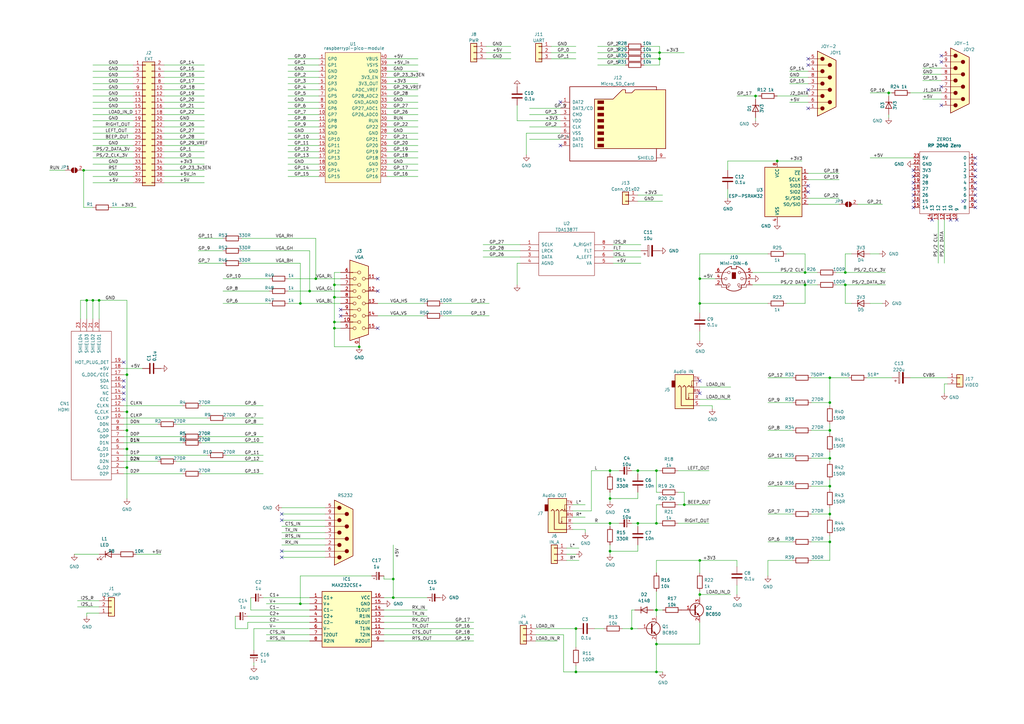
<source format=kicad_sch>
(kicad_sch (version 20231120) (generator "eeschema") (generator_version "8.0")
  (paper "A3")
  (junction (at 346.71 116.84))
  (junction (at 340.36 210.82))
  (junction (at 137.16 134.62))
  (junction (at 137.16 121.92))
  (junction (at 269.24 250.19))
  (junction (at 137.16 116.84))
  (junction (at 340.36 199.39))
  (junction (at 250.19 214.63))
  (junction (at 330.2 116.84))
  (junction (at 127 119.38))
  (junction (at 287.02 114.3))
  (junction (at 35.56 123.19))
  (junction (at 40.64 123.19))
  (junction (at 52.07 184.15))
  (junction (at 250.19 193.04))
  (junction (at 269.24 264.16))
  (junction (at 287.02 124.46))
  (junction (at 330.2 111.76))
  (junction (at 346.71 111.76))
  (junction (at 52.07 153.67))
  (junction (at 340.36 187.96))
  (junction (at 269.24 193.04))
  (junction (at 270.51 21.59))
  (junction (at 161.29 237.49))
  (junction (at 137.16 132.08))
  (junction (at 123.19 247.65))
  (junction (at 250.19 204.47))
  (junction (at 236.22 275.59))
  (junction (at 270.51 24.13))
  (junction (at 340.36 176.53))
  (junction (at 161.29 245.11))
  (junction (at 340.36 165.1))
  (junction (at 38.1 123.19))
  (junction (at 129.54 114.3))
  (junction (at 123.19 124.46))
  (junction (at 34.29 69.85))
  (junction (at 236.22 257.81))
  (junction (at 287.02 243.84))
  (junction (at 52.07 176.53))
  (junction (at 52.07 168.91))
  (junction (at 147.32 142.24))
  (junction (at 259.08 257.81))
  (junction (at 318.77 66.04))
  (junction (at 364.49 38.1))
  (junction (at 261.62 193.04))
  (junction (at 261.62 214.63))
  (junction (at 309.88 39.37))
  (junction (at 269.24 275.59))
  (junction (at 269.24 214.63))
  (junction (at 287.02 229.87))
  (junction (at 280.67 207.01))
  (junction (at 52.07 191.77))
  (junction (at 340.36 154.94))
  (junction (at 250.19 226.06))
  (junction (at 340.36 222.25))
  (no_connect (at 386.08 22.86))
  (no_connect (at 400.05 74.93))
  (no_connect (at 287.02 161.29))
  (no_connect (at 374.65 72.39))
  (no_connect (at 386.08 35.56))
  (no_connect (at 287.02 156.21))
  (no_connect (at 400.05 82.55))
  (no_connect (at 331.47 24.13))
  (no_connect (at 400.05 67.31))
  (no_connect (at 400.05 77.47))
  (no_connect (at 374.65 77.47))
  (no_connect (at 386.08 43.18))
  (no_connect (at 386.08 25.4))
  (no_connect (at 115.57 213.36))
  (no_connect (at 374.65 85.09))
  (no_connect (at 374.65 74.93))
  (no_connect (at 331.47 36.83))
  (no_connect (at 374.65 69.85))
  (no_connect (at 400.05 85.09))
  (no_connect (at 115.57 226.06))
  (no_connect (at 374.65 82.55))
  (no_connect (at 331.47 44.45))
  (no_connect (at 331.47 26.67))
  (no_connect (at 382.27 90.17))
  (no_connect (at 394.97 82.55))
  (no_connect (at 115.57 228.6))
  (no_connect (at 139.7 127))
  (no_connect (at 139.7 129.54))
  (no_connect (at 154.94 134.62))
  (no_connect (at 154.94 119.38))
  (no_connect (at 154.94 114.3))
  (no_connect (at 50.8 161.29))
  (no_connect (at 50.8 163.83))
  (no_connect (at 50.8 148.59))
  (no_connect (at 50.8 156.21))
  (no_connect (at 50.8 158.75))
  (no_connect (at 400.05 69.85))
  (no_connect (at 331.47 76.2))
  (no_connect (at 115.57 210.82))
  (no_connect (at 389.89 90.17))
  (no_connect (at 400.05 80.01))
  (no_connect (at 331.47 78.74))
  (no_connect (at 229.87 59.69))
  (no_connect (at 229.87 41.91))
  (no_connect (at 400.05 64.77))
  (no_connect (at 392.43 90.17))
  (no_connect (at 400.05 72.39))
  (no_connect (at 374.65 80.01))
  (wire (pts (xy 34.29 85.09) (xy 38.1 85.09)))
  (wire (pts (xy 104.14 271.78) (xy 104.14 273.05)))
  (wire (pts (xy 323.85 41.91) (xy 331.47 41.91)))
  (wire (pts (xy 287.02 243.84) (xy 299.72 243.84)))
  (wire (pts (xy 81.28 97.79) (xy 91.44 97.79)))
  (wire (pts (xy 91.44 119.38) (xy 110.49 119.38)))
  (wire (pts (xy 152.4 236.22) (xy 123.19 236.22)))
  (wire (pts (xy 118.11 49.53) (xy 130.81 49.53)))
  (wire (pts (xy 102.87 250.19) (xy 127 250.19)))
  (wire (pts (xy 250.19 226.06) (xy 250.19 227.33)))
  (wire (pts (xy 378.46 33.02) (xy 386.08 33.02)))
  (wire (pts (xy 55.88 227.33) (xy 66.04 227.33)))
  (wire (pts (xy 137.16 132.08) (xy 137.16 121.92)))
  (wire (pts (xy 270.51 26.67) (xy 264.16 26.67)))
  (wire (pts (xy 349.25 124.46) (xy 346.71 124.46)))
  (wire (pts (xy 332.74 187.96) (xy 340.36 187.96)))
  (wire (pts (xy 340.36 222.25) (xy 340.36 229.87)))
  (wire (pts (xy 129.54 114.3) (xy 139.7 114.3)))
  (wire (pts (xy 115.57 210.82) (xy 133.35 210.82)))
  (wire (pts (xy 82.55 179.07) (xy 107.95 179.07)))
  (wire (pts (xy 72.39 189.23) (xy 107.95 189.23)))
  (wire (pts (xy 219.71 262.89) (xy 228.6 262.89)))
  (wire (pts (xy 52.07 184.15) (xy 52.07 191.77)))
  (wire (pts (xy 318.77 66.04) (xy 328.93 66.04)))
  (wire (pts (xy 251.46 105.41) (xy 262.89 105.41)))
  (wire (pts (xy 52.07 153.67) (xy 52.07 123.19)))
  (wire (pts (xy 91.44 114.3) (xy 110.49 114.3)))
  (wire (pts (xy 261.62 82.55) (xy 271.78 82.55)))
  (wire (pts (xy 67.31 67.31) (xy 83.82 67.31)))
  (wire (pts (xy 92.71 186.69) (xy 107.95 186.69)))
  (wire (pts (xy 251.46 107.95) (xy 262.89 107.95)))
  (wire (pts (xy 254 193.04) (xy 250.19 193.04)))
  (wire (pts (xy 373.38 38.1) (xy 386.08 38.1)))
  (wire (pts (xy 378.46 30.48) (xy 386.08 30.48)))
  (wire (pts (xy 340.36 187.96) (xy 340.36 189.23)))
  (wire (pts (xy 81.28 107.95) (xy 91.44 107.95)))
  (wire (pts (xy 234.95 209.55) (xy 242.57 209.55)))
  (wire (pts (xy 67.31 31.75) (xy 83.82 31.75)))
  (wire (pts (xy 158.75 24.13) (xy 171.45 24.13)))
  (wire (pts (xy 332.74 154.94) (xy 340.36 154.94)))
  (wire (pts (xy 123.19 107.95) (xy 123.19 124.46)))
  (wire (pts (xy 278.13 214.63) (xy 290.83 214.63)))
  (wire (pts (xy 67.31 26.67) (xy 83.82 26.67)))
  (wire (pts (xy 267.97 250.19) (xy 269.24 250.19)))
  (wire (pts (xy 38.1 44.45) (xy 54.61 44.45)))
  (wire (pts (xy 118.11 72.39) (xy 130.81 72.39)))
  (wire (pts (xy 99.06 107.95) (xy 123.19 107.95)))
  (wire (pts (xy 38.1 39.37) (xy 54.61 39.37)))
  (wire (pts (xy 147.32 142.24) (xy 137.16 142.24)))
  (wire (pts (xy 261.62 193.04) (xy 259.08 193.04)))
  (wire (pts (xy 314.96 187.96) (xy 325.12 187.96)))
  (wire (pts (xy 231.14 260.35) (xy 231.14 275.59)))
  (wire (pts (xy 118.11 54.61) (xy 130.81 54.61)))
  (wire (pts (xy 260.35 250.19) (xy 259.08 250.19)))
  (wire (pts (xy 215.9 54.61) (xy 215.9 63.5)))
  (wire (pts (xy 158.75 46.99) (xy 171.45 46.99)))
  (wire (pts (xy 101.6 255.27) (xy 127 255.27)))
  (wire (pts (xy 118.11 59.69) (xy 130.81 59.69)))
  (wire (pts (xy 158.75 62.23) (xy 171.45 62.23)))
  (wire (pts (xy 251.46 102.87) (xy 262.89 102.87)))
  (wire (pts (xy 50.8 189.23) (xy 64.77 189.23)))
  (wire (pts (xy 330.2 111.76) (xy 335.28 111.76)))
  (wire (pts (xy 331.47 81.28) (xy 344.17 81.28)))
  (wire (pts (xy 245.11 24.13) (xy 256.54 24.13)))
  (wire (pts (xy 269.24 193.04) (xy 270.51 193.04)))
  (wire (pts (xy 118.11 46.99) (xy 130.81 46.99)))
  (wire (pts (xy 219.71 260.35) (xy 231.14 260.35)))
  (wire (pts (xy 269.24 242.57) (xy 269.24 250.19)))
  (wire (pts (xy 384.81 90.17) (xy 384.81 107.95)))
  (wire (pts (xy 161.29 223.52) (xy 161.29 237.49)))
  (wire (pts (xy 52.07 123.19) (xy 40.64 123.19)))
  (wire (pts (xy 67.31 57.15) (xy 83.82 57.15)))
  (wire (pts (xy 340.36 210.82) (xy 340.36 212.09)))
  (wire (pts (xy 323.85 29.21) (xy 331.47 29.21)))
  (wire (pts (xy 213.36 107.95) (xy 212.09 107.95)))
  (wire (pts (xy 236.22 273.05) (xy 236.22 275.59)))
  (wire (pts (xy 261.62 215.9) (xy 261.62 214.63)))
  (wire (pts (xy 137.16 121.92) (xy 139.7 121.92)))
  (wire (pts (xy 38.1 57.15) (xy 54.61 57.15)))
  (wire (pts (xy 67.31 36.83) (xy 83.82 36.83)))
  (wire (pts (xy 52.07 168.91) (xy 52.07 176.53)))
  (wire (pts (xy 52.07 176.53) (xy 52.07 184.15)))
  (wire (pts (xy 127 119.38) (xy 139.7 119.38)))
  (wire (pts (xy 67.31 39.37) (xy 83.82 39.37)))
  (wire (pts (xy 115.57 226.06) (xy 133.35 226.06)))
  (wire (pts (xy 161.29 245.11) (xy 175.26 245.11)))
  (wire (pts (xy 298.45 77.47) (xy 298.45 81.28)))
  (wire (pts (xy 331.47 71.12) (xy 344.17 71.12)))
  (wire (pts (xy 287.02 255.27) (xy 287.02 264.16)))
  (wire (pts (xy 158.75 41.91) (xy 171.45 41.91)))
  (wire (pts (xy 115.57 220.98) (xy 133.35 220.98)))
  (wire (pts (xy 280.67 207.01) (xy 278.13 207.01)))
  (wire (pts (xy 115.57 218.44) (xy 133.35 218.44)))
  (wire (pts (xy 118.11 39.37) (xy 130.81 39.37)))
  (wire (pts (xy 259.08 250.19) (xy 259.08 257.81)))
  (wire (pts (xy 158.75 36.83) (xy 171.45 36.83)))
  (wire (pts (xy 198.12 102.87) (xy 213.36 102.87)))
  (wire (pts (xy 314.96 199.39) (xy 325.12 199.39)))
  (wire (pts (xy 118.11 67.31) (xy 130.81 67.31)))
  (wire (pts (xy 104.14 257.81) (xy 104.14 266.7)))
  (wire (pts (xy 340.36 154.94) (xy 340.36 165.1)))
  (wire (pts (xy 67.31 34.29) (xy 83.82 34.29)))
  (wire (pts (xy 158.75 52.07) (xy 171.45 52.07)))
  (wire (pts (xy 308.61 111.76) (xy 330.2 111.76)))
  (wire (pts (xy 365.76 38.1) (xy 364.49 38.1)))
  (wire (pts (xy 118.11 57.15) (xy 130.81 57.15)))
  (wire (pts (xy 38.1 64.77) (xy 54.61 64.77)))
  (wire (pts (xy 31.75 248.92) (xy 40.64 248.92)))
  (wire (pts (xy 34.29 69.85) (xy 54.61 69.85)))
  (wire (pts (xy 287.02 229.87) (xy 287.02 234.95)))
  (wire (pts (xy 340.36 199.39) (xy 340.36 200.66)))
  (wire (pts (xy 287.02 242.57) (xy 287.02 243.84)))
  (wire (pts (xy 234.95 207.01) (xy 240.03 207.01)))
  (wire (pts (xy 123.19 236.22) (xy 123.19 247.65)))
  (wire (pts (xy 356.87 64.77) (xy 374.65 64.77)))
  (wire (pts (xy 340.36 208.28) (xy 340.36 210.82)))
  (wire (pts (xy 50.8 191.77) (xy 52.07 191.77)))
  (wire (pts (xy 346.71 104.14) (xy 346.71 111.76)))
  (wire (pts (xy 373.38 154.94) (xy 388.62 154.94)))
  (wire (pts (xy 240.03 217.17) (xy 240.03 218.44)))
  (wire (pts (xy 261.62 201.93) (xy 261.62 204.47)))
  (wire (pts (xy 269.24 229.87) (xy 287.02 229.87)))
  (wire (pts (xy 67.31 72.39) (xy 83.82 72.39)))
  (wire (pts (xy 50.8 166.37) (xy 74.93 166.37)))
  (wire (pts (xy 287.02 166.37) (xy 292.1 166.37)))
  (wire (pts (xy 364.49 38.1) (xy 364.49 39.37)))
  (wire (pts (xy 38.1 123.19) (xy 38.1 130.81)))
  (wire (pts (xy 261.62 214.63) (xy 269.24 214.63)))
  (wire (pts (xy 356.87 124.46) (xy 361.95 124.46)))
  (wire (pts (xy 40.64 123.19) (xy 40.64 130.81)))
  (wire (pts (xy 287.02 158.75) (xy 299.72 158.75)))
  (wire (pts (xy 161.29 237.49) (xy 161.29 245.11)))
  (wire (pts (xy 38.1 62.23) (xy 54.61 62.23)))
  (wire (pts (xy 118.11 62.23) (xy 130.81 62.23)))
  (wire (pts (xy 38.1 72.39) (xy 54.61 72.39)))
  (wire (pts (xy 261.62 204.47) (xy 250.19 204.47)))
  (wire (pts (xy 308.61 116.84) (xy 330.2 116.84)))
  (wire (pts (xy 38.1 26.67) (xy 54.61 26.67)))
  (wire (pts (xy 102.87 245.11) (xy 102.87 250.19)))
  (wire (pts (xy 38.1 31.75) (xy 54.61 31.75)))
  (wire (pts (xy 67.31 54.61) (xy 83.82 54.61)))
  (wire (pts (xy 38.1 67.31) (xy 54.61 67.31)))
  (wire (pts (xy 118.11 52.07) (xy 130.81 52.07)))
  (wire (pts (xy 67.31 74.93) (xy 83.82 74.93)))
  (wire (pts (xy 287.02 229.87) (xy 302.26 229.87)))
  (wire (pts (xy 40.64 251.46) (xy 35.56 251.46)))
  (wire (pts (xy 261.62 223.52) (xy 261.62 226.06)))
  (wire (pts (xy 251.46 100.33) (xy 262.89 100.33)))
  (wire (pts (xy 332.74 210.82) (xy 340.36 210.82)))
  (wire (pts (xy 35.56 123.19) (xy 35.56 130.81)))
  (wire (pts (xy 181.61 124.46) (xy 200.66 124.46)))
  (wire (pts (xy 217.17 46.99) (xy 229.87 46.99)))
  (wire (pts (xy 264.16 21.59) (xy 270.51 21.59)))
  (wire (pts (xy 292.1 166.37) (xy 292.1 167.64)))
  (wire (pts (xy 212.09 43.18) (xy 212.09 49.53)))
  (wire (pts (xy 115.57 223.52) (xy 133.35 223.52)))
  (wire (pts (xy 261.62 214.63) (xy 259.08 214.63)))
  (wire (pts (xy 123.19 124.46) (xy 139.7 124.46)))
  (wire (pts (xy 38.1 49.53) (xy 54.61 49.53)))
  (wire (pts (xy 72.39 173.99) (xy 107.95 173.99)))
  (wire (pts (xy 20.32 69.85) (xy 26.67 69.85)))
  (wire (pts (xy 250.19 201.93) (xy 250.19 204.47)))
  (wire (pts (xy 158.75 29.21) (xy 171.45 29.21)))
  (wire (pts (xy 115.57 228.6) (xy 133.35 228.6)))
  (wire (pts (xy 158.75 39.37) (xy 171.45 39.37)))
  (wire (pts (xy 82.55 194.31) (xy 107.95 194.31)))
  (wire (pts (xy 269.24 214.63) (xy 270.51 214.63)))
  (wire (pts (xy 287.02 124.46) (xy 287.02 128.27)))
  (wire (pts (xy 254 214.63) (xy 250.19 214.63)))
  (wire (pts (xy 50.8 176.53) (xy 52.07 176.53)))
  (wire (pts (xy 332.74 199.39) (xy 340.36 199.39)))
  (wire (pts (xy 331.47 73.66) (xy 344.17 73.66)))
  (wire (pts (xy 50.8 186.69) (xy 85.09 186.69)))
  (wire (pts (xy 270.51 201.93) (xy 269.24 201.93)))
  (wire (pts (xy 50.8 194.31) (xy 74.93 194.31)))
  (wire (pts (xy 314.96 154.94) (xy 325.12 154.94)))
  (wire (pts (xy 127 102.87) (xy 127 119.38)))
  (wire (pts (xy 91.44 124.46) (xy 110.49 124.46)))
  (wire (pts (xy 38.1 36.83) (xy 54.61 36.83)))
  (wire (pts (xy 67.31 29.21) (xy 83.82 29.21)))
  (wire (pts (xy 226.06 24.13) (xy 236.22 24.13)))
  (wire (pts (xy 157.48 260.35) (xy 194.31 260.35)))
  (wire (pts (xy 217.17 44.45) (xy 229.87 44.45)))
  (wire (pts (xy 287.02 163.83) (xy 299.72 163.83)))
  (wire (pts (xy 158.75 67.31) (xy 171.45 67.31)))
  (wire (pts (xy 280.67 207.01) (xy 290.83 207.01)))
  (wire (pts (xy 30.48 227.33) (xy 40.64 227.33)))
  (wire (pts (xy 264.16 24.13) (xy 270.51 24.13)))
  (wire (pts (xy 332.74 176.53) (xy 340.36 176.53)))
  (wire (pts (xy 35.56 123.19) (xy 33.02 123.19)))
  (wire (pts (xy 67.31 49.53) (xy 83.82 49.53)))
  (wire (pts (xy 269.24 229.87) (xy 269.24 234.95)))
  (wire (pts (xy 234.95 214.63) (xy 250.19 214.63)))
  (wire (pts (xy 250.19 223.52) (xy 250.19 226.06)))
  (wire (pts (xy 219.71 257.81) (xy 236.22 257.81)))
  (wire (pts (xy 269.24 264.16) (xy 287.02 264.16)))
  (wire (pts (xy 232.41 227.33) (xy 236.22 227.33)))
  (wire (pts (xy 50.8 171.45) (xy 85.09 171.45)))
  (wire (pts (xy 270.51 24.13) (xy 270.51 26.67)))
  (wire (pts (xy 67.31 46.99) (xy 83.82 46.99)))
  (wire (pts (xy 158.75 59.69) (xy 171.45 59.69)))
  (wire (pts (xy 261.62 226.06) (xy 250.19 226.06)))
  (wire (pts (xy 245.11 21.59) (xy 256.54 21.59)))
  (wire (pts (xy 92.71 171.45) (xy 107.95 171.45)))
  (wire (pts (xy 137.16 132.08) (xy 139.7 132.08)))
  (wire (pts (xy 118.11 69.85) (xy 130.81 69.85)))
  (wire (pts (xy 67.31 59.69) (xy 83.82 59.69)))
  (wire (pts (xy 199.39 19.05) (xy 209.55 19.05)))
  (wire (pts (xy 50.8 181.61) (xy 74.93 181.61)))
  (wire (pts (xy 38.1 59.69) (xy 54.61 59.69)))
  (wire (pts (xy 340.36 229.87) (xy 332.74 229.87)))
  (wire (pts (xy 322.58 104.14) (xy 330.2 104.14)))
  (wire (pts (xy 50.8 184.15) (xy 52.07 184.15)))
  (wire (pts (xy 287.02 124.46) (xy 287.02 114.3)))
  (wire (pts (xy 198.12 105.41) (xy 213.36 105.41)))
  (wire (pts (xy 269.24 275.59) (xy 271.78 275.59)))
  (wire (pts (xy 181.61 129.54) (xy 200.66 129.54)))
  (wire (pts (xy 115.57 208.28) (xy 133.35 208.28)))
  (wire (pts (xy 302.26 39.37) (xy 309.88 39.37)))
  (wire (pts (xy 50.8 173.99) (xy 64.77 173.99)))
  (wire (pts (xy 330.2 124.46) (xy 330.2 116.84)))
  (wire (pts (xy 157.48 237.49) (xy 161.29 237.49)))
  (wire (pts (xy 38.1 54.61) (xy 54.61 54.61)))
  (wire (pts (xy 346.71 116.84) (xy 363.22 116.84)))
  (wire (pts (xy 212.09 107.95) (xy 212.09 116.84)))
  (wire (pts (xy 50.8 179.07) (xy 74.93 179.07)))
  (wire (pts (xy 287.02 135.89) (xy 287.02 139.7)))
  (wire (pts (xy 50.8 153.67) (xy 52.07 153.67)))
  (wire (pts (xy 364.49 46.99) (xy 364.49 48.26)))
  (wire (pts (xy 250.19 193.04) (xy 250.19 194.31)))
  (wire (pts (xy 38.1 46.99) (xy 54.61 46.99)))
  (wire (pts (xy 378.46 27.94) (xy 386.08 27.94)))
  (wire (pts (xy 118.11 119.38) (xy 127 119.38)))
  (wire (pts (xy 82.55 181.61) (xy 107.95 181.61)))
  (wire (pts (xy 255.27 257.81) (xy 259.08 257.81)))
  (wire (pts (xy 154.94 129.54) (xy 173.99 129.54)))
  (wire (pts (xy 52.07 168.91) (xy 52.07 153.67)))
  (wire (pts (xy 236.22 275.59) (xy 269.24 275.59)))
  (wire (pts (xy 67.31 69.85) (xy 83.82 69.85)))
  (wire (pts (xy 340.36 165.1) (xy 340.36 166.37)))
  (wire (pts (xy 269.24 207.01) (xy 269.24 214.63)))
  (wire (pts (xy 340.36 154.94) (xy 347.98 154.94)))
  (wire (pts (xy 109.22 247.65) (xy 123.19 247.65)))
  (wire (pts (xy 387.35 157.48) (xy 387.35 161.29)))
  (wire (pts (xy 129.54 97.79) (xy 129.54 114.3)))
  (wire (pts (xy 261.62 193.04) (xy 269.24 193.04)))
  (wire (pts (xy 158.75 72.39) (xy 171.45 72.39)))
  (wire (pts (xy 269.24 250.19) (xy 269.24 252.73)))
  (wire (pts (xy 118.11 124.46) (xy 123.19 124.46)))
  (wire (pts (xy 38.1 34.29) (xy 54.61 34.29)))
  (wire (pts (xy 314.96 104.14) (xy 287.02 104.14)))
  (wire (pts (xy 158.75 57.15) (xy 171.45 57.15)))
  (wire (pts (xy 261.62 194.31) (xy 261.62 193.04)))
  (wire (pts (xy 154.94 124.46) (xy 173.99 124.46)))
  (wire (pts (xy 157.48 255.27) (xy 194.31 255.27)))
  (wire (pts (xy 340.36 173.99) (xy 340.36 176.53)))
  (wire (pts (xy 356.87 38.1) (xy 364.49 38.1)))
  (wire (pts (xy 245.11 26.67) (xy 256.54 26.67)))
  (wire (pts (xy 157.48 237.49) (xy 157.48 236.22)))
  (wire (pts (xy 137.16 121.92) (xy 137.16 116.84)))
  (wire (pts (xy 137.16 116.84) (xy 137.16 111.76)))
  (wire (pts (xy 340.36 185.42) (xy 340.36 187.96)))
  (wire (pts (xy 67.31 64.77) (xy 83.82 64.77)))
  (wire (pts (xy 287.02 114.3) (xy 293.37 114.3)))
  (wire (pts (xy 158.75 31.75) (xy 171.45 31.75)))
  (wire (pts (xy 356.87 104.14) (xy 360.68 104.14)))
  (wire (pts (xy 314.96 165.1) (xy 325.12 165.1)))
  (wire (pts (xy 278.13 193.04) (xy 290.83 193.04)))
  (wire (pts (xy 99.06 102.87) (xy 127 102.87)))
  (wire (pts (xy 346.71 116.84) (xy 342.9 116.84)))
  (wire (pts (xy 115.57 213.36) (xy 133.35 213.36)))
  (wire (pts (xy 38.1 52.07) (xy 54.61 52.07)))
  (wire (pts (xy 323.85 31.75) (xy 331.47 31.75)))
  (wire (pts (xy 118.11 44.45) (xy 130.81 44.45)))
  (wire (pts (xy 50.8 151.13) (xy 58.42 151.13)))
  (wire (pts (xy 118.11 36.83) (xy 130.81 36.83)))
  (wire (pts (xy 217.17 57.15) (xy 229.87 57.15)))
  (wire (pts (xy 35.56 251.46) (xy 35.56 252.73)))
  (wire (pts (xy 96.52 257.81) (xy 101.6 257.81)))
  (wire (pts (xy 351.79 83.82) (xy 361.95 83.82)))
  (wire (pts (xy 314.96 210.82) (xy 325.12 210.82)))
  (wire (pts (xy 234.95 212.09) (xy 240.03 212.09)))
  (wire (pts (xy 158.75 26.67) (xy 171.45 26.67)))
  (wire (pts (xy 236.22 257.81) (xy 236.22 265.43)))
  (wire (pts (xy 302.26 229.87) (xy 302.26 232.41)))
  (wire (pts (xy 269.24 193.04) (xy 269.24 201.93)))
  (wire (pts (xy 115.57 215.9) (xy 133.35 215.9)))
  (wire (pts (xy 346.71 111.76) (xy 363.22 111.76)))
  (wire (pts (xy 387.35 90.17) (xy 387.35 107.95)))
  (wire (pts (xy 250.19 214.63) (xy 250.19 215.9)))
  (wire (pts (xy 314.96 222.25) (xy 325.12 222.25)))
  (wire (pts (xy 118.11 29.21) (xy 130.81 29.21)))
  (wire (pts (xy 137.16 111.76) (xy 139.7 111.76)))
  (wire (pts (xy 82.55 166.37) (xy 107.95 166.37)))
  (wire (pts (xy 311.15 39.37) (xy 309.88 39.37)))
  (wire (pts (xy 346.71 124.46) (xy 346.71 116.84)))
  (wire (pts (xy 234.95 217.17) (xy 240.03 217.17)))
  (wire (pts (xy 118.11 26.67) (xy 130.81 26.67)))
  (wire (pts (xy 198.12 100.33) (xy 213.36 100.33)))
  (wire (pts (xy 349.25 104.14) (xy 346.71 104.14)))
  (wire (pts (xy 199.39 24.13) (xy 209.55 24.13)))
  (wire (pts (xy 264.16 19.05) (xy 270.51 19.05)))
  (wire (pts (xy 298.45 66.04) (xy 318.77 66.04)))
  (wire (pts (xy 314.96 124.46) (xy 287.02 124.46)))
  (wire (pts (xy 378.46 40.64) (xy 386.08 40.64)))
  (wire (pts (xy 325.12 229.87) (xy 314.96 229.87)))
  (wire (pts (xy 330.2 116.84) (xy 335.28 116.84)))
  (wire (pts (xy 332.74 222.25) (xy 340.36 222.25)))
  (wire (pts (xy 158.75 49.53) (xy 171.45 49.53)))
  (wire (pts (xy 158.75 34.29) (xy 171.45 34.29)))
  (wire (pts (xy 232.41 224.79) (xy 237.49 224.79)))
  (wire (pts (xy 232.41 229.87) (xy 237.49 229.87)))
  (wire (pts (xy 67.31 41.91) (xy 83.82 41.91)))
  (wire (pts (xy 199.39 21.59) (xy 209.55 21.59)))
  (wire (pts (xy 322.58 124.46) (xy 330.2 124.46)))
  (wire (pts (xy 280.67 201.93) (xy 280.67 207.01)))
  (wire (pts (xy 67.31 52.07) (xy 83.82 52.07)))
  (wire (pts (xy 332.74 165.1) (xy 340.36 165.1)))
  (wire (pts (xy 259.08 257.81) (xy 261.62 257.81)))
  (wire (pts (xy 158.75 44.45) (xy 171.45 44.45)))
  (wire (pts (xy 245.11 19.05) (xy 256.54 19.05)))
  (wire (pts (xy 250.19 204.47) (xy 250.19 205.74)))
  (wire (pts (xy 157.48 250.19) (xy 175.26 250.19)))
  (wire (pts (xy 269.24 264.16) (xy 269.24 275.59)))
  (wire (pts (xy 270.51 207.01) (xy 269.24 207.01)))
  (wire (pts (xy 242.57 193.04) (xy 242.57 209.55)))
  (wire (pts (xy 309.88 48.26) (xy 309.88 49.53)))
  (wire (pts (xy 226.06 21.59) (xy 236.22 21.59)))
  (wire (pts (xy 269.24 250.19) (xy 271.78 250.19)))
  (wire (pts (xy 81.28 102.87) (xy 91.44 102.87)))
  (wire (pts (xy 109.22 262.89) (xy 127 262.89)))
  (wire (pts (xy 212.09 49.53) (xy 229.87 49.53)))
  (wire (pts (xy 38.1 74.93) (xy 54.61 74.93)))
  (wire (pts (xy 340.36 196.85) (xy 340.36 199.39)))
  (wire (pts (xy 298.45 66.04) (xy 298.45 69.85)))
  (wire (pts (xy 157.48 257.81) (xy 194.31 257.81)))
  (wire (pts (xy 158.75 54.61) (xy 171.45 54.61)))
  (wire (pts (xy 157.48 252.73) (xy 175.26 252.73)))
  (wire (pts (xy 217.17 52.07) (xy 229.87 52.07)))
  (wire (pts (xy 118.11 41.91) (xy 130.81 41.91)))
  (wire (pts (xy 96.52 252.73) (xy 96.52 257.81)))
  (wire (pts (xy 40.64 123.19) (xy 38.1 123.19)))
  (wire (pts (xy 158.75 64.77) (xy 171.45 64.77)))
  (wire (pts (xy 38.1 41.91) (xy 54.61 41.91)))
  (wire (pts (xy 269.24 262.89) (xy 269.24 264.16)))
  (wire (pts (xy 270.51 19.05) (xy 270.51 21.59)))
  (wire (pts (xy 314.96 176.53) (xy 325.12 176.53)))
  (wire (pts (xy 109.22 260.35) (xy 127 260.35)))
  (wire (pts (xy 33.02 123.19) (xy 33.02 130.81)))
  (wire (pts (xy 137.16 142.24) (xy 137.16 134.62)))
  (wire (pts (xy 355.6 154.94) (xy 365.76 154.94)))
  (wire (pts (xy 330.2 104.14) (xy 330.2 111.76)))
  (wire (pts (xy 215.9 54.61) (xy 229.87 54.61)))
  (wire (pts (xy 67.31 44.45) (xy 83.82 44.45)))
  (wire (pts (xy 309.88 39.37) (xy 309.88 40.64)))
  (wire (pts (xy 34.29 69.85) (xy 34.29 85.09)))
  (wire (pts (xy 323.85 34.29) (xy 331.47 34.29)))
  (wire (pts (xy 287.02 243.84) (xy 287.02 245.11)))
  (wire (pts (xy 157.48 262.89) (xy 194.31 262.89)))
  (wire (pts (xy 388.62 157.48) (xy 387.35 157.48)))
  (wire (pts (xy 226.06 19.05) (xy 236.22 19.05)))
  (wire (pts (xy 118.11 31.75) (xy 130.81 31.75)))
  (wire (pts (xy 45.72 85.09) (xy 55.88 85.09)))
  (wire (pts (xy 107.95 245.11) (xy 127 245.11)))
  (wire (pts (xy 123.19 247.65) (xy 127 247.65)))
  (wire (pts (xy 52.07 191.77) (xy 52.07 204.47)))
  (wire (pts (xy 99.06 97.79) (xy 129.54 97.79)))
  (wire (pts (xy 331.47 83.82) (xy 344.17 83.82)))
  (wire (pts (xy 318.77 39.37) (xy 331.47 39.37)))
  (wire (pts (xy 287.02 104.14) (xy 287.02 114.3)))
  (wire (pts (xy 137.16 134.62) (xy 137.16 132.08)))
  (wire (pts (xy 50.8 168.91) (xy 52.07 168.91)))
  (wire (pts (xy 104.14 257.81) (xy 127 257.81)))
  (wire (pts (xy 340.36 219.71) (xy 340.36 222.25)))
  (wire (pts (xy 242.57 193.04) (xy 250.19 193.04)))
  (wire (pts (xy 118.11 24.13) (xy 130.81 24.13)))
  (wire (pts (xy 101.6 252.73) (xy 127 252.73)))
  (wire (pts (xy 270.51 21.59) (xy 270.51 24.13)))
  (wire (pts (xy 158.75 69.85) (xy 171.45 69.85)))
  (wire (pts (xy 38.1 123.19) (xy 35.56 123.19)))
  (wire (pts (xy 243.84 257.81) (xy 247.65 257.81)))
  (wire (pts (xy 261.62 80.01) (xy 271.78 80.01)))
  (wire (pts (xy 314.96 229.87) (xy 314.96 236.22)))
  (wire (pts (xy 270.51 21.59) (xy 280.67 21.59)))
  (wire (pts (xy 67.31 62.23) (xy 83.82 62.23)))
  (wire (pts (xy 302.26 240.03) (xy 302.26 243.84)))
  (wire (pts (xy 137.16 116.84) (xy 139.7 116.84)))
  (wire (pts (xy 118.11 34.29) (xy 130.81 34.29)))
  (wire (pts (xy 346.71 111.76) (xy 342.9 111.76)))
  (wire (pts (xy 278.13 201.93) (xy 280.67 201.93)))
  (wire (pts (xy 118.11 64.77) (xy 130.81 64.77)))
  (wire (pts (xy 101.6 257.81) (xy 101.6 255.27)))
  (wire (pts (xy 38.1 29.21) (xy 54.61 29.21)))
  (wire (pts (xy 118.11 114.3) (xy 129.54 114.3)))
  (wire (pts (xy 231.14 275.59) (xy 236.22 275.59)))
  (wire (pts (xy 31.75 246.38) (xy 40.64 246.38)))
  (wire (pts (xy 137.16 134.62) (xy 139.7 134.62)))
  (wire (pts (xy 340.36 176.53) (xy 340.36 177.8)))
  (wire (pts (xy 157.48 245.11) (xy 161.29 245.11)))
  (label "R*" (at 236.22 212.09 0))
  (label "RTS_OUT" (at 168.91 262.89 0))
  (label "GP_27" (at 200.66 100.33 0))
  (label "GND" (at 228.6 19.05 0))
  (label "GP_12" (at 193.04 124.46 0))
  (label "GP_10" (at 314.96 199.39 0))
  (label "GP_20" (at 161.29 59.69 0))
  (label "GND" (at 44.45 29.21 0))
  (label "LEFT_OUT" (at 43.18 54.61 0))
  (label "D2N" (at 53.34 189.23 0))
  (label "GP_3" (at 248.92 21.59 0))
  (label "+5V_in" (at 161.29 26.67 0))
  (label "GP_22" (at 161.29 52.07 0))
  (label "GP_0" (at 73.665 64.77 0))
  (label "+5V" (at 44.45 74.93 0))
  (label "LOAD_IN_D" (at 289.56 243.84 0))
  (label "GP_22" (at 73.66 46.99 0))
  (label "+5V" (at 201.93 21.59 0))
  (label "GND" (at 323.85 31.75 0))
  (label "GP_17" (at 186.69 255.27 0))
  (label "GP_13" (at 100.33 194.31 0))
  (label "GP_7" (at 120.65 46.99 0))
  (label "GP_7" (at 314.96 210.82 0))
  (label "FLT" (at 251.46 102.87 0))
  (label "+3V3" (at 273.05 21.59 0))
  (label "PS{slash}2 CLK" (at 384.81 105.41 90))
  (label "GP_6" (at 314.96 222.25 0))
  (label "GP_21" (at 355.6 83.82 0))
  (label "GP_19" (at 337.82 73.66 0))
  (label "GND" (at 44.45 34.29 0))
  (label "PS{slash}2_DATA_3V" (at 363.22 116.84 180))
  (label "GP_28" (at 161.29 39.37 0))
  (label "RIGHT_OUT" (at 43.18 52.07 0))
  (label "GP_12" (at 100.33 189.23 0))
  (label "GP_13" (at 120.65 64.77 0))
  (label "GND" (at 44.45 44.45 0))
  (label "GP_2" (at 120.65 31.75 0))
  (label "V-" (at 110.49 257.81 0))
  (label "GP_6" (at 92.71 124.46 0))
  (label "+5V" (at 161.29 24.13 0))
  (label "C2+" (at 110.49 252.73 0))
  (label "GND" (at 44.45 41.91 0))
  (label "GP_15" (at 378.46 33.02 0))
  (label "GP_17" (at 161.29 69.85 0))
  (label "I2S_L" (at 251.46 105.41 0))
  (label "GP_14" (at 323.85 29.21 0))
  (label "GND" (at 73.66 49.53 0))
  (label "LOAD_IN" (at 289.56 158.75 0))
  (label "GP_29_VREF" (at 73.66 59.69 0))
  (label "C1+" (at 110.49 245.11 0))
  (label "GP_0" (at 228.6 21.59 0))
  (label "C1-" (at 110.49 250.19 0))
  (label "GP_9" (at 120.65 52.07 0))
  (label "GP_11" (at 314.96 187.96 0))
  (label "GP_14" (at 120.65 69.85 0))
  (label "CTS_IN" (at 116.84 215.9 0))
  (label "GP_8" (at 120.65 49.53 0))
  (label "GP_1" (at 228.6 24.13 0))
  (label "GP_23_3v3EN" (at 161.29 31.75 0))
  (label "D0P" (at 53.34 179.07 0))
  (label "GND" (at 120.65 29.21 0))
  (label "+5V" (at 163.83 224.79 270))
  (label "GP_27" (at 161.29 44.45 0))
  (label "GP_9" (at 100.33 179.07 0))
  (label "GP_11" (at 100.33 186.69 0))
  (label "+5V" (at 53.34 151.13 0))
  (label "TX_IN" (at 116.84 218.44 0))
  (label "D1N" (at 53.34 181.61 0))
  (label "CTS_OUT" (at 168.91 260.35 0))
  (label "I2S_R" (at 33.02 246.38 0))
  (label "GP_9" (at 81.28 102.87 0))
  (label "GP_5" (at 120.65 39.37 0))
  (label "RX_IN" (at 168.91 250.19 0))
  (label "GND" (at 161.29 29.21 0))
  (label "GP_19" (at 161.29 62.23 0))
  (label "GP_19" (at 186.69 262.89 0))
  (label "GP_9" (at 314.96 165.1 0))
  (label "GND" (at 44.45 49.53 0))
  (label "TX_OUT" (at 168.91 257.81 0))
  (label "+5V" (at 252.73 107.95 0))
  (label "GND" (at 161.29 41.91 0))
  (label "+3V3" (at 73.66 67.31 0))
  (label "I2S_R" (at 251.46 100.33 0))
  (label "D2P" (at 53.34 194.31 0))
  (label "+3V3" (at 323.85 66.04 0))
  (label "GND" (at 44.45 67.31 0))
  (label "GP_20" (at 337.82 81.28 0))
  (label "CLKN" (at 53.34 166.37 0))
  (label "PS{slash}2 DATA" (at 320.04 116.84 0))
  (label "+3V3" (at 288.29 229.87 0))
  (label "GND" (at 44.45 59.69 0))
  (label "GND" (at 43.18 123.19 0))
  (label "VGA_VS" (at 160.02 129.54 0))
  (label "GP_1" (at 120.65 26.67 0))
  (label "GP_28" (at 200.66 102.87 0))
  (label "RX_IN" (at 116.84 223.52 0))
  (label "GP_17" (at 302.26 39.37 0))
  (label "+3V3" (at 161.29 34.29 0))
  (label "D1P" (at 53.34 186.69 0))
  (label "GP_13" (at 193.04 129.54 0))
  (label "GP_14" (at 378.46 27.94 0))
  (label "GP_29_VREF" (at 161.29 36.83 0))
  (label "LEFT_OUT" (at 281.94 193.04 0))
  (label "GP_14" (at 73.66 26.67 0))
  (label "GP_0" (at 120.65 24.13 0))
  (label "L*" (at 236.22 207.01 0))
  (label "GP_15" (at 73.66 29.21 0))
  (label "C2-" (at 110.49 255.27 0))
  (label "GP_21" (at 73.66 44.45 0))
  (label "GND" (at 161.29 54.61 0))
  (label "GP_12" (at 314.96 154.94 0))
  (label "LOAD_IN_R" (at 219.71 262.89 0))
  (label "D1N" (at 53.34 181.61 0))
  (label "GP_12" (at 120.65 62.23 0))
  (label "GP_10" (at 92.71 114.3 0))
  (label "LOAD_IN" (at 219.71 257.81 0))
  (label "GP_8" (at 92.71 119.38 0))
  (label "+5V" (at 378.46 40.64 0))
  (label "GP_18" (at 161.29 64.77 0))
  (label "GP_6" (at 120.65 44.45 0))
  (label "GND" (at 44.45 31.75 0))
  (label "GP_6" (at 100.33 166.37 0))
  (label "GP_27" (at 73.66 54.61 0))
  (label "GP_5" (at 248.92 26.67 0))
  (label "GP_21" (at 161.29 57.15 0))
  (label "L*" (at 233.68 224.79 0))
  (label "VGA_BH" (at 113.03 107.95 0))
  (label "VGA_RH" (at 113.03 97.79 0))
  (label "PS{slash}2_DATA_3V" (at 39.37 62.23 0))
  (label "+5V" (at 323.85 41.91 0))
  (label "GP_2" (at 223.52 52.07 0))
  (label "CTS_IN" (at 110.49 260.35 0))
  (label "GND" (at 161.29 67.31 0))
  (label "J1_DATA" (at 378.46 38.1 0))
  (label "VGA_GH" (at 113.03 102.87 0))
  (label "GND" (at 120.65 41.91 0))
  (label "GP_10" (at 120.65 57.15 0))
  (label "VGA_BL" (at 129.54 124.46 0))
  (label "LOAD_IN_R" (at 289.56 163.83 0))
  (label "GP_26" (at 73.66 52.07 0))
  (label "J2_DATA" (at 323.85 39.37 0))
  (label "CLKP" (at 53.34 171.45 0))
  (label "VGA_RL" (at 129.54 114.3 0))
  (label "GP_18" (at 337.82 71.12 0))
  (label "GND" (at 120.65 54.61 0))
  (label "GP_23_3v3EN" (at 73.66 69.85 0))
  (label "GND" (at 120.65 67.31 0))
  (label "+5V_in" (at 73.66 72.39 0))
  (label "GP_8" (at 100.33 173.99 0))
  (label "GP_5" (at 227.33 44.45 0))
  (label "+5V" (at 62.23 227.33 0))
  (label "L" (at 243.84 193.04 0))
  (label "GP_16" (at 356.87 38.1 0))
  (label "GND" (at 378.46 30.48 0))
  (label "RIGHT_OUT" (at 280.67 214.63 0))
  (label "GND" (at 44.45 72.39 0))
  (label "GP_26" (at 200.66 105.41 0))
  (label "GP_4" (at 228.6 57.15 0))
  (label "+5V" (at 288.29 114.3 0))
  (label "GND" (at 44.45 36.83 0))
  (label "GP_2" (at 248.92 19.05 0))
  (label "GP_17" (at 73.66 34.29 0))
  (label "RTS_IN" (at 110.49 262.89 0))
  (label "RST" (at 44.45 69.85 0))
  (label "GP_11" (at 81.28 97.79 0))
  (label "GP_19" (at 73.66 39.37 0))
  (label "GND" (at 201.93 24.13 0))
  (label "GND" (at 44.45 39.37 0))
  (label "GP_3" (at 223.52 46.99 0))
  (label "GP_8" (at 314.96 176.53 0))
  (label "RUN" (at 161.29 49.53 0))
  (label "GP_18" (at 186.69 260.35 0))
  (label "GND" (at 44.45 26.67 0))
  (label "RTS_IN" (at 116.84 220.98 0))
  (label "PS{slash}2_CLK_3V" (at 363.22 111.76 180))
  (label "+3V3" (at 49.53 85.09 0))
  (label "GP_3" (at 120.65 34.29 0))
  (label "CVBS" (at 378.46 154.94 0))
  (label "GP_26" (at 161.29 46.99 0))
  (label "GP_4" (at 120.65 36.83 0))
  (label "R*" (at 233.68 229.87 0))
  (label "GP_16" (at 161.29 72.39 0))
  (label "GP_11" (at 120.65 59.69 0))
  (label "GP_7" (at 81.28 107.95 0))
  (label "GP_18" (at 73.8028 36.83 0))
  (label "GP_15" (at 323.85 34.29 0))
  (label "V+" (at 110.49 247.65 0))
  (label "R" (at 243.84 214.63 0))
  (label "GP_20" (at 73.6448 41.91 0))
  (label "VGA_GL" (at 129.54 119.38 0))
  (label "BEEP_OUT" (at 43.18 57.15 0))
  (label "GND" (at 264.16 82.55 0))
  (label "+5V" (at 358.14 64.77 0))
  (label "+3V3" (at 264.16 80.01 0))
  (label "LOAD_IN_D" (at 44.45 46.99 0))
  (label "GP_10" (at 100.33 181.61 0))
  (label "+3V3" (at 223.52 49.53 0))
  (label "D2N" (at 53.34 189.23 0))
  (label "BEEP_OUT" (at 281.94 207.01 0))
  (label "VGA_HS" (at 160.02 124.46 0))
  (label "PS{slash}2 CLK" (at 320.04 111.76 0))
  (label "GP_16" (at 73.7238 31.75 0))
  (label "GP_1" (at 73.66 62.23 0))
  (label "PS{slash}2 DATA" (at 387.35 105.41 90))
  (label "GP_16" (at 186.69 257.81 0))
  (label "RUN" (at 20.32 69.85 0))
  (label "TX_IN" (at 168.91 252.73 0))
  (label "GP_28" (at 73.66 57.15 0))
  (label "GP_4" (at 248.92 24.13 0))
  (label "RX_OUT" (at 168.91 255.27 0))
  (label "GND" (at 201.93 19.05 0))
  (label "GP_7" (at 100.33 171.45 0))
  (label "I2S_L" (at 33.02 248.92 0))
  (label "+5V" (at 73.66 74.93 0))
  (label "GP_15" (at 120.65 72.39 0))
  (label "PS{slash}2_CLK_3V" (at 39.37 64.77 0))
  (label "D0N" (at 53.34 173.99 0))
  (symbol (lib_id "Device:R") (at 314.96 39.37 90) (unit 1)
    (property "Reference" "R12" (at 312.42 36.83 90))
    (property "Value" "1k" (at 316.23 36.83 90))
    (property "Footprint" "Resistor_SMD:R_0805_2012Metric_Pad1.20x1.40mm_HandSolder" (effects (hide yes)))
  )
  (symbol (lib_id "Connector:AudioJack3_SwitchTR") (at 281.94 163.83 0) (mirror x) (unit 1)
    (property "Reference" "J5" (at 274.8281 159.8203 0) (effects (justify right)))
    (property "Value" "Audio IN" (at 284.48 152.4 0) (effects (justify right)))
    (property "Footprint" "Connector_Audio:Jack_3.5mm_CUI_SJ1-3535NG_Horizontal" (effects (hide yes)))
  )
  (symbol (lib_id "Memory_RAM:ESP-PSRAM32") (at 321.31 78.74 0) (unit 1)
    (property "Reference" "U3" (at 312.9281 77.9053 0) (effects (justify right)))
    (property "Value" "ESP-PSRAM32" (at 312.9281 80.4422 0) (effects (justify right)))
    (property "Footprint" "Package_SO:SO-8_5.3x6.2mm_P1.27mm" (effects (hide yes)))
    (property "Datasheet" "https://www.espressif.com/sites/default/files/documentation/esp-psram32_datasheet_en.pdf" (effects (hide yes)))
  )
  (symbol (lib_id "Device:C") (at 261.62 198.12 0) (unit 1)
    (property "Reference" "C6" (at 264.541 196.9516 0) (effects (justify left)))
    (property "Value" "10n" (at 264.541 199.263 0) (effects (justify left)))
    (property "Footprint" "Capacitor_SMD:C_0805_2012Metric_Pad1.18x1.45mm_HandSolder" (effects (hide yes)))
  )
  (symbol (lib_id "Device:R") (at 52.07 227.33 90) (unit 1)
    (property "Reference" "R8" (at 45.72 226.06 90))
    (property "Value" "10K" (at 57.15 226.06 90))
    (property "Footprint" "Resistor_SMD:R_0805_2012Metric_Pad1.20x1.40mm_HandSolder" (effects (hide yes)))
  )
  (symbol (lib_id "Device:R") (at 351.79 154.94 90) (unit 1)
    (property "Reference" "R45" (at 346.71 153.67 90))
    (property "Value" "51R*" (at 358.14 153.67 90))
    (property "Footprint" "Resistor_SMD:R_0805_2012Metric_Pad1.20x1.40mm_HandSolder" (effects (hide yes)))
  )
  (symbol (lib_id "Device:R") (at 114.3 124.46 90) (unit 1)
    (property "Reference" "R47" (at 110.49 123.19 90))
    (property "Value" "1k" (at 119.38 123.19 90))
    (property "Footprint" "Resistor_SMD:R_0805_2012Metric_Pad1.20x1.40mm_HandSolder" (effects (hide yes)))
  )
  (symbol (lib_id "Device:R") (at 274.32 207.01 90) (unit 1)
    (property "Reference" "R20" (at 271.78 204.47 90))
    (property "Value" "2k" (at 275.59 204.47 90))
    (property "Footprint" "Resistor_SMD:R_0805_2012Metric_Pad1.20x1.40mm_HandSolder" (effects (hide yes)))
  )
  (symbol (lib_id "power:GND") (at 35.56 252.73 0) (unit 1)
    (property "Reference" "#PWR01" (effects (hide yes)))
    (property "Value" "GND" (at 35.687 257.1242 0))
  )
  (symbol (lib_id "Device:D") (at 264.16 250.19 0) (unit 1)
    (property "Reference" "D2" (at 264.16 243.84 0))
    (property "Value" "4148" (at 264.16 246.38 0))
    (property "Footprint" "LIBS:R_0805_PLUS" (effects (hide yes)))
  )
  (symbol (lib_id "Connector_Generic:Conn_01x03") (at 227.33 227.33 0) (mirror y) (unit 1)
    (property "Reference" "J6" (at 227.33 219.8202 0))
    (property "Value" "IN_A" (at 227.33 222.3571 0))
    (property "Footprint" "Connector_PinHeader_2.54mm:PinHeader_1x03_P2.54mm_Vertical" (effects (hide yes)))
  )
  (symbol (lib_id "Device:R") (at 328.93 222.25 90) (unit 1)
    (property "Reference" "R38" (at 323.85 220.98 90))
    (property "Value" "270R" (at 335.28 220.98 90))
    (property "Footprint" "Resistor_SMD:R_0805_2012Metric_Pad1.20x1.40mm_HandSolder" (effects (hide yes)))
  )
  (symbol (lib_id "power:GND") (at 66.04 151.13 90) (unit 1)
    (property "Reference" "#PWR06" (effects (hide yes)))
    (property "Value" "GND" (effects (hide yes)))
  )
  (symbol (lib_id "power:GND") (at 318.77 91.44 0) (unit 1)
    (property "Reference" "#PWR028" (effects (hide yes)))
    (property "Value" "GND" (at 316.23 92.71 0) (effects (justify right)))
  )
  (symbol (lib_id "Device:R") (at 177.8 124.46 90) (unit 1)
    (property "Reference" "R51" (at 173.99 123.19 90))
    (property "Value" "100R" (at 182.88 123.19 90))
    (property "Footprint" "Resistor_SMD:R_0805_2012Metric_Pad1.20x1.40mm_HandSolder" (effects (hide yes)))
  )
  (symbol (lib_id "power:GND") (at 314.96 236.22 0) (unit 1)
    (property "Reference" "#PWR026" (effects (hide yes)))
    (property "Value" "GND" (at 314.96 240.6634 0))
  )
  (symbol (lib_id "Device:R") (at 328.93 210.82 90) (unit 1)
    (property "Reference" "R37" (at 323.85 209.55 90))
    (property "Value" "270R" (at 335.28 209.55 90))
    (property "Footprint" "Resistor_SMD:R_0805_2012Metric_Pad1.20x1.40mm_HandSolder" (effects (hide yes)))
  )
  (symbol (lib_id "Device:R") (at 114.3 114.3 90) (unit 1)
    (property "Reference" "R49" (at 110.49 113.03 90))
    (property "Value" "1k" (at 119.38 113.03 90))
    (property "Footprint" "Resistor_SMD:R_0805_2012Metric_Pad1.20x1.40mm_HandSolder" (effects (hide yes)))
  )
  (symbol (lib_id "Device:R") (at 275.59 250.19 90) (unit 1)
    (property "Reference" "R17" (at 275.59 245.4742 90))
    (property "Value" "10k" (at 275.59 248.0111 90))
    (property "Footprint" "Resistor_SMD:R_0805_2012Metric_Pad1.20x1.40mm_HandSolder" (effects (hide yes)))
  )
  (symbol (lib_id "Device:R") (at 269.24 238.76 0) (unit 1)
    (property "Reference" "R16" (at 271.018 237.9253 0) (effects (justify left)))
    (property "Value" "10k" (at 271.018 240.4622 0) (effects (justify left)))
    (property "Footprint" "Resistor_SMD:R_0805_2012Metric_Pad1.20x1.40mm_HandSolder" (effects (hide yes)))
  )
  (symbol (lib_id "Device:R") (at 328.93 165.1 90) (unit 1)
    (property "Reference" "R33" (at 323.85 163.83 90))
    (property "Value" "270R" (at 335.28 163.83 90))
    (property "Footprint" "Resistor_SMD:R_0805_2012Metric_Pad1.20x1.40mm_HandSolder" (effects (hide yes)))
  )
  (symbol (lib_id "Transistor_BJT:BC850") (at 284.48 250.19 0) (unit 1)
    (property "Reference" "Q2" (at 289.3314 249.3553 0) (effects (justify left)))
    (property "Value" "BC850" (at 289.3314 251.8922 0) (effects (justify left)))
    (property "Footprint" "LIBS:SOT-23_PLUS2" (effects (hide yes)))
    (property "Datasheet" "http://www.infineon.com/dgdl/Infineon-BC847SERIES_BC848SERIES_BC849SERIES_BC850SERIES-DS-v01_01-en.pdf?fileId=db3a304314dca389011541d4630a1657" (effects (hide yes)))
  )
  (symbol (lib_id "TDA1387T:TDA1387T") (at 232.41 104.14 0) (unit 1)
    (property "Reference" "U2" (at 232.41 91.6772 0))
    (property "Value" "TDA1387T" (at 232.41 94.2141 0))
    (property "Footprint" "Package_SO:SO-8_5.3x6.2mm_P1.27mm" (effects (hide yes)))
    (property "Datasheet" "DOCUMENTATION" (effects (hide yes)))
  )
  (symbol (lib_id "power:GND") (at 364.49 48.26 0) (unit 1)
    (property "Reference" "#PWR022" (effects (hide yes)))
    (property "Value" "GND" (at 361.95 49.53 0) (effects (justify right)))
  )
  (symbol (lib_id "power:GND") (at 360.68 104.14 90) (unit 1)
    (property "Reference" "#PWR025" (effects (hide yes)))
    (property "Value" "GND" (at 364.49 104.1399 90) (effects (justify right)))
  )
  (symbol (lib_id "power:GND") (at 212.09 116.84 0) (unit 1)
    (property "Reference" "#PWR018" (effects (hide yes)))
    (property "Value" "GND" (effects (hide yes)))
  )
  (symbol (lib_id "Device:R") (at 78.74 181.61 90) (unit 1)
    (property "Reference" "R6" (at 74.93 180.34 90))
    (property "Value" "270R" (at 83.82 180.34 90))
    (property "Footprint" "Resistor_SMD:R_0805_2012Metric_Pad1.20x1.40mm_HandSolder" (effects (hide yes)))
  )
  (symbol (lib_id "Device:R") (at 260.35 19.05 90) (unit 1)
    (property "Reference" "R28" (at 255.27 17.78 90))
    (property "Value" "10k" (at 265.43 17.78 90))
    (property "Footprint" "Resistor_SMD:R_0805_2012Metric_Pad1.20x1.40mm_HandSolder" (effects (hide yes)))
  )
  (symbol (lib_id "Device:R") (at 328.93 199.39 90) (unit 1)
    (property "Reference" "R36" (at 323.85 198.12 90))
    (property "Value" "270R" (at 335.28 198.12 90))
    (property "Footprint" "Resistor_SMD:R_0805_2012Metric_Pad1.20x1.40mm_HandSolder" (effects (hide yes)))
  )
  (symbol (lib_id "Device:C") (at 302.26 236.22 0) (unit 1)
    (property "Reference" "C8" (at 305.181 235.0516 0) (effects (justify left)))
    (property "Value" "0.1u" (at 305.181 237.363 0) (effects (justify left)))
    (property "Footprint" "Capacitor_SMD:C_0805_2012Metric_Pad1.18x1.45mm_HandSolder" (effects (hide yes)))
  )
  (symbol (lib_id "Device:R") (at 340.36 193.04 180) (unit 1)
    (property "Reference" "R42" (at 344.17 191.77 0))
    (property "Value" "150R" (at 344.17 194.31 0))
    (property "Footprint" "Resistor_SMD:R_0805_2012Metric_Pad1.20x1.40mm_HandSolder" (effects (hide yes)))
  )
  (symbol (lib_id "kiwikit-rpi-pico-rescue:raspberrypi-pico-module-kiwih_kicad") (at 144.78 48.26 0) (unit 1)
    (property "Reference" "U1" (at 144.78 18.0172 0))
    (property "Value" "raspberrypi-pico-module" (at 145.2652 19.7625 0))
    (property "Footprint" "LIBS:Raspberry_Pi_Pico_SMT_THT_MOD_2" (effects (hide yes)))
  )
  (symbol (lib_id "Connector:Mini-DIN-6") (at 300.99 114.3 0) (unit 1)
    (property "Reference" "J10" (at 301.0077 105.5202 0))
    (property "Value" "Mini-DIN-6" (at 301.0077 108.0571 0))
    (property "Footprint" "LIBS:Connector_Mini-DIN_Female_6Pin_2rows" (effects (hide yes)))
    (property "Datasheet" "http://service.powerdynamics.com/ec/Catalog17/Section%2011.pdf" (effects (hide yes)))
  )
  (symbol (lib_id "Device:C") (at 212.09 39.37 0) (unit 1)
    (property "Reference" "C10" (at 215.011 38.2016 0) (effects (justify left)))
    (property "Value" "0.1u" (at 215.011 40.513 0) (effects (justify left)))
    (property "Footprint" "Capacitor_SMD:C_0805_2012Metric_Pad1.18x1.45mm_HandSolder" (effects (hide yes)))
  )
  (symbol (lib_id "Device:R") (at 78.74 194.31 90) (unit 1)
    (property "Reference" "R7" (at 74.93 193.04 90))
    (property "Value" "270R" (at 83.82 193.04 90))
    (property "Footprint" "Resistor_SMD:R_0805_2012Metric_Pad1.20x1.40mm_HandSolder" (effects (hide yes)))
  )
  (symbol (lib_id "Device:R") (at 328.93 229.87 90) (unit 1)
    (property "Reference" "R39" (at 323.85 228.6 90))
    (property "Value" "300R" (at 335.28 228.6 90))
    (property "Footprint" "Resistor_SMD:R_0805_2012Metric_Pad1.20x1.40mm_HandSolder" (effects (hide yes)))
  )
  (symbol (lib_id "Device:R") (at 41.91 85.09 90) (unit 1)
    (property "Reference" "R1" (at 36.83 83.82 90))
    (property "Value" "1k" (at 46.99 83.82 90))
    (property "Footprint" "Resistor_SMD:R_0805_2012Metric_Pad1.20x1.40mm_HandSolder" (effects (hide yes)))
  )
  (symbol (lib_id "Device:R") (at 68.58 189.23 90) (unit 1)
    (property "Reference" "R3" (at 64.77 187.96 90))
    (property "Value" "270R" (at 73.66 187.96 90))
    (property "Footprint" "Resistor_SMD:R_0805_2012Metric_Pad1.20x1.40mm_HandSolder" (effects (hide yes)))
  )
  (symbol (lib_id "Device:R") (at 340.36 170.18 180) (unit 1)
    (property "Reference" "R40" (at 344.17 168.91 0))
    (property "Value" "150R" (at 344.17 171.45 0))
    (property "Footprint" "Resistor_SMD:R_0805_2012Metric_Pad1.20x1.40mm_HandSolder" (effects (hide yes)))
  )
  (symbol (lib_id "Device:R") (at 95.25 107.95 90) (unit 1)
    (property "Reference" "R46" (at 91.44 106.68 90))
    (property "Value" "330R" (at 100.33 106.68 90))
    (property "Footprint" "Resistor_SMD:R_0805_2012Metric_Pad1.20x1.40mm_HandSolder" (effects (hide yes)))
  )
  (symbol (lib_id "Device:R") (at 78.74 166.37 90) (unit 1)
    (property "Reference" "R4" (at 74.93 165.1 90))
    (property "Value" "270R" (at 83.82 165.1 90))
    (property "Footprint" "Resistor_SMD:R_0805_2012Metric_Pad1.20x1.40mm_HandSolder" (effects (hide yes)))
  )
  (symbol (lib_id "Device:C_Polarized_Small") (at 256.54 193.04 270) (unit 1)
    (property "Reference" "C4" (at 257.0861 187.9432 90))
    (property "Value" "10u" (at 257.0861 190.4801 90))
    (property "Footprint" "Capacitor_THT:CP_Radial_D5.0mm_P2.50mm" (effects (hide yes)))
  )
  (symbol (lib_id "power:GND") (at 52.07 204.47 0) (unit 1)
    (property "Reference" "#PWR04" (effects (hide yes)))
    (property "Value" "GND" (at 52.07 208.9134 0))
  )
  (symbol (lib_id "power:GND") (at 292.1 167.64 0) (unit 1)
    (property "Reference" "#PWR09" (effects (hide yes)))
    (property "Value" "GND" (at 292.227 172.0342 0))
  )
  (symbol (lib_id "Device:R") (at 88.9 186.69 90) (unit 1)
    (property "Reference" "R10" (at 85.09 185.42 90))
    (property "Value" "270R" (at 93.98 185.42 90))
    (property "Footprint" "Resistor_SMD:R_0805_2012Metric_Pad1.20x1.40mm_HandSolder" (effects (hide yes)))
  )
  (symbol (lib_id "Device:R") (at 250.19 219.71 0) (unit 1)
    (property "Reference" "R15" (at 252.73 218.4399 0) (effects (justify left)))
    (property "Value" "330R" (at 252.73 220.9799 0) (effects (justify left)))
    (property "Footprint" "Resistor_SMD:R_0805_2012Metric_Pad1.20x1.40mm_HandSolder" (effects (hide yes)))
  )
  (symbol (lib_id "power:GND") (at 212.09 35.56 180) (unit 1)
    (property "Reference" "#PWR019" (effects (hide yes)))
    (property "Value" "GND" (effects (hide yes)))
  )
  (symbol (lib_id "Device:C") (at 240.03 257.81 90) (unit 1)
    (property "Reference" "C3" (at 241.3 254 90) (effects (justify left)))
    (property "Value" "0.1u" (at 242.57 261.62 90) (effects (justify left)))
    (property "Footprint" "Capacitor_SMD:C_0805_2012Metric_Pad1.18x1.45mm_HandSolder" (effects (hide yes)))
  )
  (symbol (lib_id "Device:R") (at 340.36 181.61 180) (unit 1)
    (property "Reference" "R41" (at 344.17 180.34 0))
    (property "Value" "150R" (at 344.17 182.88 0))
    (property "Footprint" "Resistor_SMD:R_0805_2012Metric_Pad1.20x1.40mm_HandSolder" (effects (hide yes)))
  )
  (symbol (lib_id "Device:R") (at 251.46 257.81 90) (unit 1)
    (property "Reference" "R13" (at 251.46 253.0942 90))
    (property "Value" "10k" (at 251.46 255.6311 90))
    (property "Footprint" "Resistor_SMD:R_0805_2012Metric_Pad1.20x1.40mm_HandSolder" (effects (hide yes)))
  )
  (symbol (lib_id "Connector_Generic:Conn_01x03") (at 220.98 21.59 0) (mirror y) (unit 1)
    (property "Reference" "J11" (at 220.98 14.0802 0))
    (property "Value" "UART" (at 220.98 16.6171 0))
    (property "Footprint" "Connector_PinHeader_2.54mm:PinHeader_1x03_P2.54mm_Vertical" (effects (hide yes)))
  )
  (symbol (lib_id "Device:C") (at 298.45 73.66 0) (unit 1)
    (property "Reference" "C12" (at 301.371 72.4916 0) (effects (justify left)))
    (property "Value" "0.1u" (at 301.371 74.803 0) (effects (justify left)))
    (property "Footprint" "Capacitor_SMD:C_0805_2012Metric_Pad1.18x1.45mm_HandSolder" (effects (hide yes)))
  )
  (symbol (lib_id "Device:R") (at 68.58 173.99 90) (unit 1)
    (property "Reference" "R2" (at 64.77 172.72 90))
    (property "Value" "270R" (at 73.66 172.72 90))
    (property "Footprint" "Resistor_SMD:R_0805_2012Metric_Pad1.20x1.40mm_HandSolder" (effects (hide yes)))
  )
  (symbol (lib_id "Device:R") (at 318.77 124.46 90) (unit 1)
    (property "Reference" "R23" (at 318.77 121.92 90))
    (property "Value" "1k" (at 318.77 127 90))
    (property "Footprint" "Resistor_SMD:R_0805_2012Metric_Pad1.20x1.40mm_HandSolder" (effects (hide yes)))
  )
  (symbol (lib_id "Device:C_Polarized_Small") (at 105.41 245.11 270) (unit 1)
    (property "Reference" "C2" (at 105.9561 238.76 90))
    (property "Value" "1u" (at 105.9561 241.3 90))
    (property "Footprint" "Capacitor_THT:CP_Radial_D5.0mm_P2.50mm" (effects (hide yes)))
    (property "Description" "Polarized capacitor, small symbol" (effects (hide yes)))
  )
  (symbol (lib_id "Device:R") (at 274.32 201.93 90) (unit 1)
    (property "Reference" "R19" (at 271.78 199.39 90))
    (property "Value" "2k" (at 275.59 199.39 90))
    (property "Footprint" "Resistor_SMD:R_0805_2012Metric_Pad1.20x1.40mm_HandSolder" (effects (hide yes)))
  )
  (symbol (lib_id "Device:LED") (at 44.45 227.33 0) (unit 1)
    (property "Reference" "L1" (at 42.8625 220.98 0))
    (property "Value" "LED" (at 42.8625 223.52 0))
    (property "Footprint" "LIBS:R_0805_PLUS" (effects (hide yes)))
    (property "Description" "Light emitting diode" (effects (hide yes)))
  )
  (symbol (lib_id "Device:R") (at 340.36 204.47 180) (unit 1)
    (property "Reference" "R43" (at 344.17 203.2 0))
    (property "Value" "150R" (at 344.17 205.74 0))
    (property "Footprint" "Resistor_SMD:R_0805_2012Metric_Pad1.20x1.40mm_HandSolder" (effects (hide yes)))
  )
  (symbol (lib_id "Device:R") (at 260.35 24.13 90) (unit 1)
    (property "Reference" "R30" (at 255.27 22.86 90))
    (property "Value" "10k" (at 265.43 22.86 90))
    (property "Footprint" "Resistor_SMD:R_0805_2012Metric_Pad1.20x1.40mm_HandSolder" (effects (hide yes)))
  )
  (symbol (lib_id "Device:C_Polarized_Small") (at 104.14 269.24 180) (unit 1)
    (property "Reference" "C16" (at 106.68 268.516 0) (effects (justify right)))
    (property "Value" "1u" (at 106.68 271.056 0) (effects (justify right)))
    (property "Footprint" "Capacitor_THT:CP_Radial_D5.0mm_P2.50mm" (effects (hide yes)))
    (property "Description" "Polarized capacitor, small symbol" (effects (hide yes)))
  )
  (symbol (lib_id "Device:R") (at 287.02 238.76 0) (unit 1)
    (property "Reference" "R22" (at 288.798 237.9253 0) (effects (justify left)))
    (property "Value" "1k" (at 288.798 240.4622 0) (effects (justify left)))
    (property "Footprint" "Resistor_SMD:R_0805_2012Metric_Pad1.20x1.40mm_HandSolder" (effects (hide yes)))
  )
  (symbol (lib_id "Device:C_Polarized_Small") (at 177.8 245.11 90) (unit 1)
    (property "Reference" "C15" (at 177.2539 238.76 90))
    (property "Value" "1u" (at 177.2539 241.3 90))
    (property "Footprint" "Capacitor_THT:CP_Radial_D5.0mm_P2.50mm" (effects (hide yes)))
    (property "Description" "Polarized capacitor, small symbol" (effects (hide yes)))
  )
  (symbol (lib_id "Device:C_Polarized_Small") (at 256.54 214.63 270) (unit 1)
    (property "Reference" "C5" (at 257.0861 209.5332 90))
    (property "Value" "10u" (at 257.0861 212.0701 90))
    (property "Footprint" "Capacitor_THT:CP_Radial_D5.0mm_P2.50mm" (effects (hide yes)))
  )
  (symbol (lib_id "Jumper:SolderJumper_2_Open") (at 347.98 83.82 0) (unit 1)
    (property "Reference" "JP5" (at 344.17 82.55 0))
    (property "Value" "B_J" (effects (hide yes)))
    (property "Footprint" "Jumper:SolderJumper-2_P1.3mm_Open_RoundedPad1.0x1.5mm" (effects (hide yes)))
  )
  (symbol (lib_id "power:GND") (at 302.26 243.84 0) (unit 1)
    (property "Reference" "#PWR016" (effects (hide yes)))
    (property "Value" "GND" (at 302.387 248.2342 0))
  )
  (symbol (lib_id "power:GND") (at 215.9 63.5 0) (unit 1)
    (property "Reference" "#PWR020" (effects (hide yes)))
    (property "Value" "GND" (at 215.9 67.9434 0))
  )
  (symbol (lib_id "Device:C") (at 62.23 151.13 90) (unit 1)
    (property "Reference" "C1" (at 61.0616 148.209 0) (effects (justify left)))
    (property "Value" "0.1u" (at 63.373 148.209 0) (effects (justify left)))
    (property "Footprint" "Capacitor_SMD:C_0805_2012Metric_Pad1.18x1.45mm_HandSolder" (effects (hide yes)))
  )
  (symbol (lib_id "Device:R") (at 260.35 21.59 90) (unit 1)
    (property "Reference" "R29" (at 255.27 20.32 90))
    (property "Value" "10k" (at 265.43 20.32 90))
    (property "Footprint" "Resistor_SMD:R_0805_2012Metric_Pad1.20x1.40mm_HandSolder" (effects (hide yes)))
  )
  (symbol (lib_id "Device:R") (at 88.9 171.45 90) (unit 1)
    (property "Reference" "R9" (at 85.09 170.18 90))
    (property "Value" "270R" (at 93.98 170.18 90))
    (property "Footprint" "Resistor_SMD:R_0805_2012Metric_Pad1.20x1.40mm_HandSolder" (effects (hide yes)))
  )
  (symbol (lib_id "power:GND") (at 287.02 139.7 0) (unit 1)
    (property "Reference" "#PWR017" (effects (hide yes)))
    (property "Value" "GND" (at 287.147 144.0942 0))
  )
  (symbol (lib_id "Jumper:SolderJumper_2_Open") (at 30.48 69.85 0) (unit 1)
    (property "Reference" "JP1" (at 26.67 68.58 0))
    (property "Value" "JRST" (effects (hide yes)))
    (property "Footprint" "Jumper:SolderJumper-2_P1.3mm_Open_RoundedPad1.0x1.5mm" (effects (hide yes)))
  )
  (symbol (lib_name "GND_4") (lib_id "power:GND") (at 30.48 227.33 0) (unit 1)
    (property "Reference" "#PWR05" (effects (hide yes)))
    (property "Value" "GND" (at 30.48 232.41 0))
    (property "Description" "Power symbol creates a global label with name \"GND\" , ground" (effects (hide yes)))
  )
  (symbol (lib_id "Device:R") (at 328.93 176.53 90) (unit 1)
    (property "Reference" "R34" (at 323.85 175.26 90))
    (property "Value" "270R" (at 335.28 175.26 90))
    (property "Footprint" "Resistor_SMD:R_0805_2012Metric_Pad1.20x1.40mm_HandSolder" (effects (hide yes)))
  )
  (symbol (lib_id "Device:D_Zener") (at 364.49 43.18 270) (unit 1)
    (property "Reference" "D3" (at 361.95 43.18 0))
    (property "Value" "3V3" (at 367.03 43.18 0))
    (property "Footprint" "LIBS:R_0805_PLUS" (effects (hide yes)))
  )
  (symbol (lib_name "GND_7") (lib_id "power:GND") (at 104.14 273.05 0) (unit 1)
    (property "Reference" "#PWR029" (effects (hide yes)))
    (property "Value" "GND" (at 104.14 278.13 0))
    (property "Description" "Power symbol creates a global label with name \"GND\" , ground" (effects (hide yes)))
  )
  (symbol (lib_id "Device:C_Polarized") (at 266.7 102.87 90) (unit 1)
    (property "Reference" "C11" (at 265.811 95.25 90))
    (property "Value" "10u" (at 265.811 97.79 90))
    (property "Footprint" "LIBS:R_0805_PLUS" (effects (hide yes)))
    (property "Description" "Polarized capacitor" (effects (hide yes)))
  )
  (symbol (lib_id "Device:R") (at 177.8 129.54 90) (unit 1)
    (property "Reference" "R50" (at 173.99 128.27 90))
    (property "Value" "100R" (at 182.88 128.27 90))
    (property "Footprint" "Resistor_SMD:R_0805_2012Metric_Pad1.20x1.40mm_HandSolder" (effects (hide yes)))
  )
  (symbol (lib_id "Device:R") (at 236.22 269.24 0) (unit 1)
    (property "Reference" "R11" (at 238.76 267.9699 0) (effects (justify left)))
    (property "Value" "100R" (at 238.76 270.5099 0) (effects (justify left)))
    (property "Footprint" "Resistor_SMD:R_0805_2012Metric_Pad1.20x1.40mm_HandSolder" (effects (hide yes)))
  )
  (symbol (lib_id "Device:R") (at 260.35 26.67 90) (unit 1)
    (property "Reference" "R31" (at 255.27 25.4 90))
    (property "Value" "10k" (at 265.43 25.4 90))
    (property "Footprint" "Resistor_SMD:R_0805_2012Metric_Pad1.20x1.40mm_HandSolder" (effects (hide yes)))
  )
  (symbol (lib_id "Device:R") (at 95.25 97.79 90) (unit 1)
    (property "Reference" "R53" (at 91.44 96.52 90))
    (property "Value" "330R" (at 100.33 96.52 90))
    (property "Footprint" "Resistor_SMD:R_0805_2012Metric_Pad1.20x1.40mm_HandSolder" (effects (hide yes)))
  )
  (symbol (lib_id "Device:D_Zener") (at 353.06 104.14 0) (unit 1)
    (property "Reference" "D4" (at 353.06 106.68 0))
    (property "Value" "3V3" (at 353.06 101.6 0))
    (property "Footprint" "LIBS:R_0805_PLUS" (effects (hide yes)))
  )
  (symbol (lib_id "Connector:DB9_Male") (at 140.97 218.44 0) (unit 1)
    (property "Reference" "RS232" (effects (hide yes)))
    (property "Value" "RS232" (at 138.43 203.2 0) (effects (justify left)))
    (property "Footprint" "Connector_Dsub:DSUB-9_Male_EdgeMount_P2.77mm" (effects (hide yes)))
  )
  (symbol (lib_id "Device:R") (at 250.19 198.12 0) (unit 1)
    (property "Reference" "R14" (at 252.73 196.8499 0) (effects (justify left)))
    (property "Value" "330R" (at 252.73 199.3899 0) (effects (justify left)))
    (property "Footprint" "Resistor_SMD:R_0805_2012Metric_Pad1.20x1.40mm_HandSolder" (effects (hide yes)))
  )
  (symbol (lib_id "Connector_Generic:Conn_01x02") (at 393.7 154.94 0) (unit 1)
    (property "Reference" "J17" (at 395.732 155.3753 0) (effects (justify left)))
    (property "Value" "VIDEO" (at 395.732 157.9122 0) (effects (justify left)))
    (property "Footprint" "LIBS:AV_MOD_III-8.4-5" (effects (hide yes)))
  )
  (symbol (lib_id "power:GND") (at 250.19 227.33 0) (unit 1)
    (property "Reference" "#PWR014" (effects (hide yes)))
    (property "Value" "GND" (at 250.317 231.7242 0))
  )
  (symbol (lib_id "Device:R") (at 328.93 187.96 90) (unit 1)
    (property "Reference" "R35" (at 323.85 186.69 90))
    (property "Value" "270R" (at 335.28 186.69 90))
    (property "Footprint" "Resistor_SMD:R_0805_2012Metric_Pad1.20x1.40mm_HandSolder" (effects (hide yes)))
  )
  (symbol (lib_id "Connector_Generic:Conn_02x20_Odd_Even") (at 59.69 49.53 0) (unit 1)
    (property "Reference" "J2" (at 60.96 21.7002 0))
    (property "Value" "EXT" (at 60.96 24.2371 0))
    (property "Footprint" "Connector_PinHeader_2.54mm:PinHeader_2x20_P2.54mm_Vertical" (effects (hide yes)))
  )
  (symbol (lib_name "GND_5") (lib_id "power:GND") (at 180.34 245.11 90) (unit 1)
    (property "Reference" "#PWR07" (effects (hide yes)))
    (property "Value" "GND" (at 184.15 245.1099 90) (effects (justify right)))
    (property "Description" "Power symbol creates a global label with name \"GND\" , ground" (effects (hide yes)))
  )
  (symbol (lib_id "Device:C") (at 287.02 132.08 0) (unit 1)
    (property "Reference" "C9" (at 289.941 130.9116 0) (effects (justify left)))
    (property "Value" "0.1u" (at 289.941 133.223 0) (effects (justify left)))
    (property "Footprint" "Capacitor_SMD:C_0805_2012Metric_Pad1.18x1.45mm_HandSolder" (effects (hide yes)))
  )
  (symbol (lib_id "Device:R") (at 328.93 154.94 90) (unit 1)
    (property "Reference" "R32" (at 323.85 153.67 90))
    (property "Value" "750R*" (at 335.28 153.67 90))
    (property "Footprint" "Resistor_SMD:R_0805_2012Metric_Pad1.20x1.40mm_HandSolder" (effects (hide yes)))
  )
  (symbol (lib_id "Device:C") (at 261.62 219.71 0) (unit 1)
    (property "Reference" "C7" (at 264.541 218.5416 0) (effects (justify left)))
    (property "Value" "10n" (at 264.541 220.853 0) (effects (justify left)))
    (property "Footprint" "Capacitor_SMD:C_0805_2012Metric_Pad1.18x1.45mm_HandSolder" (effects (hide yes)))
  )
  (symbol (lib_id "Connector_Generic:Conn_01x02") (at 256.54 80.01 0) (mirror y) (unit 1)
    (property "Reference" "J13" (at 256.54 75.0402 0))
    (property "Value" "Conn_01x02" (at 256.54 77.5771 0))
    (property "Footprint" "Connector_PinHeader_2.54mm:PinHeader_1x02_P2.54mm_Vertical" (effects (hide yes)))
  )
  (symbol (lib_name "GND_1") (lib_id "power:GND") (at 374.65 67.31 270) (unit 1)
    (property "Reference" "#PWR034" (effects (hide yes)))
    (property "Value" "GND" (at 370.84 67.3099 90) (effects (justify right)))
    (property "Description" "Power symbol creates a global label with name \"GND\" , ground" (effects (hide yes)))
  )
  (symbol (lib_id "Device:R") (at 339.09 111.76 90) (unit 1)
    (property "Reference" "R26" (at 332.74 110.49 90))
    (property "Value" "100R" (at 344.17 110.49 90))
    (property "Footprint" "Resistor_SMD:R_0805_2012Metric_Pad1.20x1.40mm_HandSolder" (effects (hide yes)))
  )
  (symbol (lib_id "Device:C_Polarized") (at 369.57 154.94 90) (unit 1)
    (property "Reference" "C13" (at 368.681 149.0812 90))
    (property "Value" "220u" (at 368.681 151.6181 90))
    (property "Footprint" "Capacitor_THT:CP_Radial_D5.0mm_P2.50mm" (effects (hide yes)))
  )
  (symbol (lib_id "Device:D_Zener") (at 309.88 44.45 270) (unit 1)
    (property "Reference" "D1" (at 307.34 44.45 0))
    (property "Value" "3V3" (at 312.42 44.45 0))
    (property "Footprint" "LIBS:R_0805_PLUS" (effects (hide yes)))
  )
  (symbol (lib_name "GND_3") (lib_id "power:GND") (at 115.57 208.28 270) (unit 1)
    (property "Reference" "#PWR03" (effects (hide yes)))
    (property "Value" "GND" (at 111.76 208.2799 90) (effects (justify right)))
    (property "Description" "Power symbol creates a global label with name \"GND\" , ground" (effects (hide yes)))
  )
  (symbol (lib_id "Connector:DB15_Female_HighDensity_MountingHoles") (at 147.32 124.46 0) (unit 1)
    (property "Reference" "J3" (at 147.32 102.9802 0))
    (property "Value" "VGA" (at 147.32 105.5171 0))
    (property "Footprint" "Connector_Dsub:DSUB-15-HD_Female_Horizontal_P2.29x1.98mm_EdgePinOffset3.03mm_Housed_MountingHolesOffset4.94mm" (effects (hide yes)))
    (property "Datasheet" " ~" (effects (hide yes)))
  )
  (symbol (lib_id "power:GND") (at 298.45 81.28 0) (unit 1)
    (property "Reference" "#PWR024" (effects (hide yes)))
    (property "Value" "GND" (at 298.577 85.6742 0))
  )
  (symbol (lib_id "Device:R") (at 369.57 38.1 90) (unit 1)
    (property "Reference" "R24" (at 367.03 35.56 90))
    (property "Value" "1k" (at 370.84 35.56 90))
    (property "Footprint" "Resistor_SMD:R_0805_2012Metric_Pad1.20x1.40mm_HandSolder" (effects (hide yes)))
  )
  (symbol (lib_id "power:GND") (at 308.61 114.3 90) (unit 1)
    (property "Reference" "#PWR021" (effects (hide yes)))
    (property "Value" "GND" (effects (hide yes)))
  )
  (symbol (lib_name "GND_6") (lib_id "power:GND") (at 270.51 102.87 90) (unit 1)
    (property "Reference" "#PWR023" (effects (hide yes)))
    (property "Value" "GND" (at 274.32 102.8699 90) (effects (justify right)))
    (property "Description" "Power symbol creates a global label with name \"GND\" , ground" (effects (hide yes)))
  )
  (symbol (lib_id "power:GND") (at 147.32 142.24 0) (unit 1)
    (property "Reference" "#PWR08" (effects (hide yes)))
    (property "Value" "GND" (at 147.32 146.6834 0))
  )
  (symbol (lib_id "Connector:DB9_Male") (at 339.09 34.29 0) (unit 1)
    (property "Reference" "JOY1" (at 340.36 21.59 0) (effects (justify left)))
    (property "Value" "JOY-2" (at 336.55 19.05 0) (effects (justify left)))
    (property "Footprint" "Connector_Dsub:DSUB-9_Male_EdgeMount_P2.77mm" (effects (hide yes)))
  )
  (symbol (lib_id "power:GND") (at 240.03 218.44 0) (unit 1)
    (property "Reference" "#PWR012" (effects (hide yes)))
    (property "Value" "GND" (at 240.157 222.8342 0))
  )
  (symbol (lib_id "power:GND") (at 387.35 161.29 0) (unit 1)
    (property "Reference" "#PWR035" (effects (hide yes)))
    (property "Value" "GND" (at 389.255 162.9938 0) (effects (justify left)))
  )
  (symbol (lib_id "Device:R") (at 274.32 193.04 90) (unit 1)
    (property "Reference" "R18" (at 274.32 188.3242 90))
    (property "Value" "1k" (at 274.32 190.8611 90))
    (property "Footprint" "Resistor_SMD:R_0805_2012Metric_Pad1.20x1.40mm_HandSolder" (effects (hide yes)))
  )
  (symbol (lib_id "Connector:AudioJack3_SwitchTR") (at 229.87 214.63 0) (mirror x) (unit 1)
    (property "Reference" "J7" (at 222.7581 210.6203 0) (effects (justify right)))
    (property "Value" "Audio OUT" (at 232.41 203.2 0) (effects (justify right)))
    (property "Footprint" "Connector_Audio:Jack_3.5mm_CUI_SJ1-3535NG_Horizontal" (effects (hide yes)))
  )
  (symbol (lib_id "power:GND") (at 309.88 49.53 0) (unit 1)
    (property "Reference" "#PWR010" (effects (hide yes)))
    (property "Value" "GND" (at 307.34 50.8 0) (effects (justify right)))
  )
  (symbol (lib_id "Device:R") (at 274.32 214.63 90) (unit 1)
    (property "Reference" "R21" (at 274.32 209.9142 90))
    (property "Value" "1k" (at 274.32 212.4511 90))
    (property "Footprint" "Resistor_SMD:R_0805_2012Metric_Pad1.20x1.40mm_HandSolder" (effects (hide yes)))
  )
  (symbol (lib_id "Device:D_Zener") (at 353.06 124.46 0) (unit 1)
    (property "Reference" "D5" (at 353.06 127 0))
    (property "Value" "3V3" (at 353.06 121.92 0))
    (property "Footprint" "LIBS:R_0805_PLUS" (effects (hide yes)))
  )
  (symbol (lib_id "Device:C_Polarized_Small") (at 154.94 236.22 90) (unit 1)
    (property "Reference" "C17" (at 154.3939 229.87 90))
    (property "Value" "1u" (at 154.3939 232.41 90))
    (property "Footprint" "Capacitor_THT:CP_Radial_D5.0mm_P2.50mm" (effects (hide yes)))
    (property "Description" "Polarized capacitor, small symbol" (effects (hide yes)))
  )
  (symbol (lib_id "Connector:Micro_SD_Card") (at 252.73 49.53 0) (unit 1)
    (property "Reference" "J12" (at 253.365 31.8602 0))
    (property "Value" "Micro_SD_Card" (at 253.365 34.3971 0))
    (property "Footprint" "LIBS:GCT-MEM2055-00-190-01-A" (effects (hide yes)))
    (property "Datasheet" "http://katalog.we-online.de/em/datasheet/693072010801.pdf" (effects (hide yes)))
  )
  (symbol (lib_id "Connector:DB9_Male") (at 393.7 33.02 0) (unit 1)
    (property "Reference" "JOY2" (at 394.97 20.32 0) (effects (justify left)))
    (property "Value" "JOY-1" (at 391.16 17.78 0) (effects (justify left)))
    (property "Footprint" "Connector_Dsub:DSUB-9_Male_EdgeMount_P2.77mm" (effects (hide yes)))
  )
  (symbol (lib_id "Connector_Generic:Conn_01x03") (at 214.63 260.35 0) (mirror y) (unit 1)
    (property "Reference" "J4" (at 214.63 252.8402 0))
    (property "Value" "IN_A" (at 214.63 255.3771 0))
    (property "Footprint" "Connector_PinHeader_2.54mm:PinHeader_1x03_P2.54mm_Vertical" (effects (hide yes)))
  )
  (symbol (lib_id "Device:R") (at 78.74 179.07 90) (unit 1)
    (property "Reference" "R5" (at 74.93 177.8 90))
    (property "Value" "270R" (at 83.82 177.8 90))
    (property "Footprint" "Resistor_SMD:R_0805_2012Metric_Pad1.20x1.40mm_HandSolder" (effects (hide yes)))
  )
  (symbol (lib_id "LIBS:MAX232CSE+") (at 127 245.11 0) (unit 1)
    (property "Reference" "IC1" (at 142.24 237.49 0))
    (property "Value" "MAX232CSE+" (at 142.24 240.03 0))
    (property "Footprint" "SOIC127P600X175-16N" (effects (hide yes)))
    (property "Datasheet" "http://datasheets.maximintegrated.com/en/ds/MAX220-MAX249.pdf" (effects (hide yes)))
    (property "Description" "MAX232CSE+, Line Transceiver, EIA/TIA-232-E, RS-232, V.24, V.28 2-TX 2-RX 2-TRX, 5V, 16-Pin SOIC" (effects (hide yes)))
    (property "Height" "1.75" (effects (hide yes)))
    (property "Mouser Part Number" "700-MAX232CSE" (effects (hide yes)))
    (property "Mouser Price/Stock" "https://www.mouser.co.uk/ProductDetail/Analog-Devices-Maxim-Integrated/MAX232CSE%2b?qs=1THa7WoU59E0tHinO%252BHrBQ%3D%3D" (effects (hide yes)))
    (property "Manufacturer_Name" "Analog Devices" (effects (hide yes)))
    (property "Manufacturer_Part_Number" "MAX232CSE+" (effects (hide yes)))
  )
  (symbol (lib_id "power:GND") (at 236.22 227.33 90) (unit 1)
    (property "Reference" "#PWR011" (effects (hide yes)))
    (property "Value" "GND" (effects (hide yes)))
  )
  (symbol (lib_name "GND_2") (lib_id "power:GND") (at 157.48 247.65 90) (unit 1)
    (property "Reference" "#PWR02" (effects (hide yes)))
    (property "Value" "GND" (at 161.29 247.6499 90) (effects (justify right)))
    (property "Description" "Power symbol creates a global label with name \"GND\" , ground" (effects (hide yes)))
  )
  (symbol (lib_id "Transistor_BJT:BC850") (at 266.7 257.81 0) (unit 1)
    (property "Reference" "Q1" (at 271.5514 256.9753 0) (effects (justify left)))
    (property "Value" "BC850" (at 271.5514 259.5122 0) (effects (justify left)))
    (property "Footprint" "LIBS:SOT-23_PLUS2" (effects (hide yes)))
    (property "Datasheet" "http://www.infineon.com/dgdl/Infineon-BC847SERIES_BC848SERIES_BC849SERIES_BC850SERIES-DS-v01_01-en.pdf?fileId=db3a304314dca389011541d4630a1657" (effects (hide yes)))
  )
  (symbol (lib_id "Device:R") (at 95.25 102.87 90) (unit 1)
    (property "Reference" "R52" (at 91.44 101.6 90))
    (property "Value" "330R" (at 100.33 101.6 90))
    (property "Footprint" "Resistor_SMD:R_0805_2012Metric_Pad1.20x1.40mm_HandSolder" (effects (hide yes)))
  )
  (symbol (lib_id "Device:R") (at 114.3 119.38 90) (unit 1)
    (property "Reference" "R48" (at 110.49 118.11 90))
    (property "Value" "1k" (at 119.38 118.11 90))
    (property "Footprint" "Resistor_SMD:R_0805_2012Metric_Pad1.20x1.40mm_HandSolder" (effects (hide yes)))
  )
  (symbol (lib_id "Device:R") (at 318.77 104.14 90) (unit 1)
    (property "Reference" "R25" (at 318.77 101.6 90))
    (property "Value" "1k" (at 318.77 106.68 90))
    (property "Footprint" "Resistor_SMD:R_0805_2012Metric_Pad1.20x1.40mm_HandSolder" (effects (hide yes)))
  )
  (symbol (lib_id "power:GND") (at 250.19 205.74 0) (unit 1)
    (property "Reference" "#PWR013" (effects (hide yes)))
    (property "Value" "GND" (at 250.317 210.1342 0))
  )
  (symbol (lib_id "Device:R") (at 339.09 116.84 90) (unit 1)
    (property "Reference" "R27" (at 332.74 115.57 90))
    (property "Value" "100R" (at 344.17 115.57 90))
    (property "Footprint" "Resistor_SMD:R_0805_2012Metric_Pad1.20x1.40mm_HandSolder" (effects (hide yes)))
  )
  (symbol (lib_id "Device:C_Polarized_Small") (at 99.06 252.73 270) (unit 1)
    (property "Reference" "C14" (at 99.6061 246.38 90))
    (property "Value" "1u" (at 99.6061 248.92 90))
    (property "Footprint" "Capacitor_THT:CP_Radial_D5.0mm_P2.50mm" (effects (hide yes)))
    (property "Description" "Polarized capacitor, small symbol" (effects (hide yes)))
  )
  (symbol (lib_id "power:GND") (at 361.95 124.46 90) (unit 1)
    (property "Reference" "#PWR027" (effects (hide yes)))
    (property "Value" "GND" (at 365.76 124.4599 90) (effects (justify right)))
  )
  (symbol (lib_id "Device:R") (at 340.36 215.9 180) (unit 1)
    (property "Reference" "R44" (at 344.17 214.63 0))
    (property "Value" "150R" (at 344.17 217.17 0))
    (property "Footprint" "Resistor_SMD:R_0805_2012Metric_Pad1.20x1.40mm_HandSolder" (effects (hide yes)))
  )
  (symbol (lib_id "Connector_Generic:Conn_01x03") (at 194.31 21.59 0) (mirror y) (unit 1)
    (property "Reference" "J8" (at 194.31 14.0802 0))
    (property "Value" "PWR" (at 194.31 16.6171 0))
    (property "Footprint" "Connector_PinHeader_2.54mm:PinHeader_1x03_P2.54mm_Vertical" (effects (hide yes)))
  )
  (symbol (lib_id "R40:HDMI") (at 40.64 181.61 180) (unit 1)
    (property "Reference" "CN1" (at 28.5751 165.5353 0) (effects (justify left)))
    (property "Value" "HDMI" (at 28.5751 168.0722 0) (effects (justify left)))
    (property "Footprint" "LIBS:HDMI" (effects (hide yes)))
  )
  (symbol (lib_id "power:GND") (at 271.78 275.59 0) (unit 1)
    (property "Reference" "#PWR015" (effects (hide yes)))
    (property "Value" "GND" (at 271.907 279.9842 0))
  )
  (symbol (lib_id "Connector_Generic:Conn_01x03") (at 45.72 248.92 0) (mirror x) (unit 1)
    (property "Reference" "J1" (at 45.72 241.4102 0))
    (property "Value" "I2S_JMP" (at 45.72 243.9471 0))
    (property "Footprint" "Connector_PinHeader_2.54mm:PinHeader_1x03_P2.54mm_Vertical" (effects (hide yes)))
  )
  (symbol (lib_id "mcu:rp2040-zero") (at 387.35 73.66 0) (unit 1)
    (property "Reference" "ZERO1" (at 387.35 57.15 0))
    (property "Value" "RP 2040 Zero" (at 387.35 59.69 0) (effects (font (bold yes))))
    (property "Footprint" "LIBS:rp2040-zero-tht" (effects (hide yes)))
  )
)
</source>
